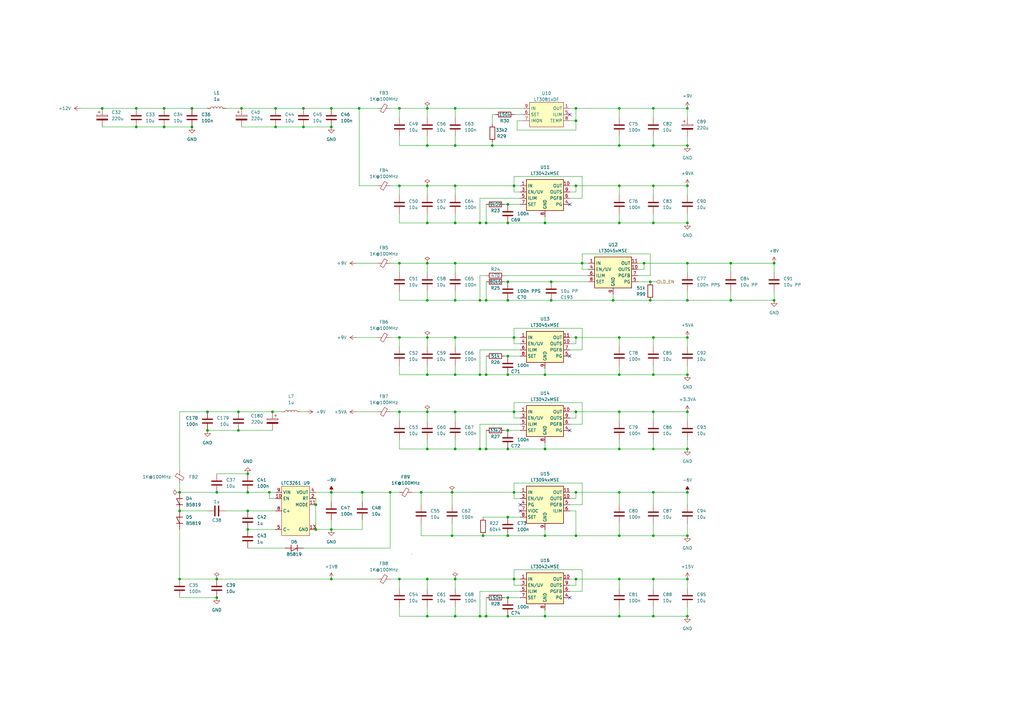
<source format=kicad_sch>
(kicad_sch (version 20211123) (generator eeschema)
  (paper "A3")
  (title_block (title "Kirdy") (date "2022-07-03") (rev "r0.1") (company "M-Labs") (comment 1 "Alex Wong Tat Hang"))
  (junction (at 175.26 237.49))
  (junction (at 223.52 184.15))
  (junction (at 236.22 76.2))
  (junction (at 238.76 107.95))
  (junction (at 210.82 201.93))
  (junction (at 78.74 44.45))
  (junction (at 210.82 76.2))
  (junction (at 236.22 168.91))
  (junction (at 185.42 219.71))
  (junction (at 101.6 217.17))
  (junction (at 254 184.15))
  (junction (at 208.28 245.11))
  (junction (at 185.42 201.93))
  (junction (at 208.28 176.53))
  (junction (at 135.89 217.17))
  (junction (at 147.32 44.45))
  (junction (at 210.82 138.43))
  (junction (at 254 91.44))
  (junction (at 135.89 237.49))
  (junction (at 266.7 115.57))
  (junction (at 148.556 201.93))
  (junction (at 236.22 49.53))
  (junction (at 208.28 252.73))
  (junction (at 196.85 184.15))
  (junction (at 266.7 123.19))
  (junction (at 88.9 237.49))
  (junction (at 199.39 252.73))
  (junction (at 186.69 138.43))
  (junction (at 208.28 184.15))
  (junction (at 78.74 52.07))
  (junction (at 254 44.45))
  (junction (at 267.97 76.2))
  (junction (at 199.39 153.67))
  (junction (at 254 237.49))
  (junction (at 111.76 168.91))
  (junction (at 163.83 76.2))
  (junction (at 317.5 107.95))
  (junction (at 99.06 44.45))
  (junction (at 67.31 52.07))
  (junction (at 175.26 59.69))
  (junction (at 267.97 201.93))
  (junction (at 113.03 52.07))
  (junction (at 175.26 153.67))
  (junction (at 175.26 91.44))
  (junction (at 41.91 44.45))
  (junction (at 281.94 138.43))
  (junction (at 267.97 138.43))
  (junction (at 175.26 107.95))
  (junction (at 85.09 168.91))
  (junction (at 196.85 91.44))
  (junction (at 199.39 123.19))
  (junction (at 267.97 252.73))
  (junction (at 281.94 237.49))
  (junction (at 186.69 252.73))
  (junction (at 208.28 123.19))
  (junction (at 254 219.71))
  (junction (at 97.79 168.91))
  (junction (at 148.59 201.93))
  (junction (at 223.52 153.67))
  (junction (at 223.52 91.44))
  (junction (at 236.22 44.45))
  (junction (at 101.6 209.55))
  (junction (at 281.94 76.2))
  (junction (at 281.94 201.93))
  (junction (at 281.94 168.91))
  (junction (at 186.69 107.95))
  (junction (at 317.5 123.19))
  (junction (at 281.94 44.45))
  (junction (at 186.69 237.49))
  (junction (at 186.69 184.15))
  (junction (at 163.83 168.91))
  (junction (at 236.22 219.71))
  (junction (at 254 168.91))
  (junction (at 281.94 252.73))
  (junction (at 251.46 123.19))
  (junction (at 186.69 76.2))
  (junction (at 226.06 123.19))
  (junction (at 198.12 219.71))
  (junction (at 281.94 184.15))
  (junction (at 267.97 44.45))
  (junction (at 135.89 201.93))
  (junction (at 186.69 91.44))
  (junction (at 267.97 168.91))
  (junction (at 175.26 168.91))
  (junction (at 281.94 219.71))
  (junction (at 160.02 201.93))
  (junction (at 186.69 59.69))
  (junction (at 208.28 83.82))
  (junction (at 135.89 52.07))
  (junction (at 236.22 201.93))
  (junction (at 113.03 44.45))
  (junction (at 254 153.67))
  (junction (at 254 138.43))
  (junction (at 210.82 168.91))
  (junction (at 281.94 91.44))
  (junction (at 254 59.69))
  (junction (at 267.97 184.15))
  (junction (at 299.72 123.19))
  (junction (at 254 76.2))
  (junction (at 101.6 201.93))
  (junction (at 163.83 138.43))
  (junction (at 186.69 123.19))
  (junction (at 175.26 252.73))
  (junction (at 135.89 44.45))
  (junction (at 196.85 123.19))
  (junction (at 208.28 91.44))
  (junction (at 172.72 201.93))
  (junction (at 208.28 153.67))
  (junction (at 73.66 209.55))
  (junction (at 201.93 59.69))
  (junction (at 267.97 237.49))
  (junction (at 208.28 212.09))
  (junction (at 196.85 252.73))
  (junction (at 124.46 52.07))
  (junction (at 175.26 184.15))
  (junction (at 163.83 107.95))
  (junction (at 186.69 153.67))
  (junction (at 88.9 201.93))
  (junction (at 226.06 115.57))
  (junction (at 254 201.93))
  (junction (at 85.09 176.53))
  (junction (at 110.49 201.93))
  (junction (at 208.28 115.57))
  (junction (at 264.16 107.95))
  (junction (at 267.97 219.71))
  (junction (at 208.28 146.05))
  (junction (at 223.52 252.73))
  (junction (at 73.66 201.93))
  (junction (at 175.26 123.19))
  (junction (at 281.94 59.69))
  (junction (at 97.79 176.53))
  (junction (at 267.97 59.69))
  (junction (at 55.88 52.07))
  (junction (at 236.22 237.49))
  (junction (at 281.94 153.67))
  (junction (at 223.52 219.71))
  (junction (at 208.28 219.71))
  (junction (at 299.72 107.95))
  (junction (at 175.26 76.2))
  (junction (at 175.26 138.43))
  (junction (at 163.83 44.45))
  (junction (at 199.39 184.15))
  (junction (at 101.6 194.31))
  (junction (at 88.9 245.11))
  (junction (at 267.97 91.44))
  (junction (at 281.94 123.19))
  (junction (at 175.26 44.45))
  (junction (at 210.82 237.49))
  (junction (at 254 252.73))
  (junction (at 73.66 237.49))
  (junction (at 163.83 237.49))
  (junction (at 186.69 168.91))
  (junction (at 129.54 207.01))
  (junction (at 67.31 44.45))
  (junction (at 267.97 153.67))
  (junction (at 124.46 44.45))
  (junction (at 55.88 44.45))
  (junction (at 186.69 44.45))
  (junction (at 281.94 107.95))
  (junction (at 129.54 217.17))
  (junction (at 236.22 138.43))
  (junction (at 199.39 91.44))
  (junction (at 196.85 153.67))
  (no_connect (at 233.68 176.53))
  (no_connect (at 233.68 245.11))
  (no_connect (at 233.68 46.99))
  (no_connect (at 213.36 209.55))
  (no_connect (at 213.36 207.01))
  (no_connect (at 233.68 83.82))
  (no_connect (at 233.68 146.05))
  (wire (pts (xy 88.9 201.93) (xy 101.6 201.93)))
  (wire (pts (xy 207.01 176.53) (xy 208.28 176.53)))
  (wire (pts (xy 267.97 214.63) (xy 267.97 219.71)))
  (wire (pts (xy 267.97 153.67) (xy 267.97 149.86)))
  (wire (pts (xy 196.85 81.28) (xy 196.85 91.44)))
  (wire (pts (xy 175.26 241.3) (xy 175.26 237.49)))
  (wire (pts (xy 160.02 237.49) (xy 163.83 237.49)))
  (wire (pts (xy 254 237.49) (xy 254 241.3)))
  (wire (pts (xy 233.68 140.97) (xy 236.22 140.97)))
  (wire (pts (xy 148.59 201.93) (xy 148.59 205.74)))
  (wire (pts (xy 281.94 252.73) (xy 281.94 248.92)))
  (wire (pts (xy 281.94 107.95) (xy 281.94 111.76)))
  (wire (pts (xy 135.89 213.36) (xy 135.89 217.17)))
  (wire (pts (xy 163.83 252.73) (xy 163.83 248.92)))
  (wire (pts (xy 208.28 176.53) (xy 213.36 176.53)))
  (wire (pts (xy 124.46 44.45) (xy 135.89 44.45)))
  (wire (pts (xy 135.89 217.17) (xy 129.54 217.17)))
  (wire (pts (xy 201.93 58.42) (xy 201.93 59.69)))
  (wire (pts (xy 196.85 91.44) (xy 199.39 91.44)))
  (wire (pts (xy 299.72 107.95) (xy 299.72 111.76)))
  (wire (pts (xy 267.97 252.73) (xy 281.94 252.73)))
  (wire (pts (xy 160.02 107.95) (xy 163.83 107.95)))
  (wire (pts (xy 186.69 172.72) (xy 186.69 168.91)))
  (wire (pts (xy 196.85 113.03) (xy 199.39 113.03)))
  (wire (pts (xy 236.22 219.71) (xy 223.52 219.71)))
  (wire (pts (xy 175.26 123.19) (xy 186.69 123.19)))
  (wire (pts (xy 175.26 252.73) (xy 175.26 248.92)))
  (wire (pts (xy 186.69 123.19) (xy 196.85 123.19)))
  (wire (pts (xy 185.42 219.71) (xy 198.12 219.71)))
  (wire (pts (xy 201.93 50.8) (xy 201.93 46.99)))
  (wire (pts (xy 267.97 153.67) (xy 281.94 153.67)))
  (wire (pts (xy 85.09 176.53) (xy 97.79 176.53)))
  (wire (pts (xy 207.01 115.57) (xy 208.28 115.57)))
  (wire (pts (xy 175.26 123.19) (xy 175.26 119.38)))
  (wire (pts (xy 210.82 76.2) (xy 213.36 76.2)))
  (wire (pts (xy 85.09 168.91) (xy 97.79 168.91)))
  (wire (pts (xy 163.83 59.69) (xy 175.26 59.69)))
  (wire (pts (xy 210.82 237.49) (xy 213.36 237.49)))
  (wire (pts (xy 254 219.71) (xy 254 214.63)))
  (wire (pts (xy 199.39 184.15) (xy 208.28 184.15)))
  (wire (pts (xy 129.54 201.93) (xy 135.89 201.93)))
  (wire (pts (xy 175.26 142.24) (xy 175.26 138.43)))
  (wire (pts (xy 199.39 252.73) (xy 208.28 252.73)))
  (wire (pts (xy 186.69 80.01) (xy 186.69 76.2)))
  (wire (pts (xy 199.39 245.11) (xy 199.39 252.73)))
  (wire (pts (xy 172.72 214.63) (xy 172.72 219.71)))
  (wire (pts (xy 92.71 209.55) (xy 101.6 209.55)))
  (wire (pts (xy 186.69 107.95) (xy 238.76 107.95)))
  (wire (pts (xy 208.28 184.15) (xy 223.52 184.15)))
  (wire (pts (xy 175.26 184.15) (xy 186.69 184.15)))
  (wire (pts (xy 208.28 91.44) (xy 223.52 91.44)))
  (wire (pts (xy 213.36 204.47) (xy 210.82 204.47)))
  (wire (pts (xy 135.89 44.45) (xy 147.32 44.45)))
  (wire (pts (xy 254 219.71) (xy 267.97 219.71)))
  (wire (pts (xy 208.28 115.57) (xy 226.06 115.57)))
  (wire (pts (xy 163.83 252.73) (xy 175.26 252.73)))
  (wire (pts (xy 185.42 201.93) (xy 210.82 201.93)))
  (wire (pts (xy 186.69 168.91) (xy 210.82 168.91)))
  (wire (pts (xy 199.39 115.57) (xy 199.39 123.19)))
  (wire (pts (xy 175.26 76.2) (xy 186.69 76.2)))
  (wire (pts (xy 186.69 91.44) (xy 186.69 87.63)))
  (wire (pts (xy 226.06 123.19) (xy 251.46 123.19)))
  (wire (pts (xy 199.39 146.05) (xy 199.39 153.67)))
  (wire (pts (xy 254 153.67) (xy 254 149.86)))
  (wire (pts (xy 238.76 134.62) (xy 210.82 134.62)))
  (wire (pts (xy 199.39 153.67) (xy 208.28 153.67)))
  (wire (pts (xy 172.72 219.71) (xy 185.42 219.71)))
  (wire (pts (xy 223.52 91.44) (xy 254 91.44)))
  (wire (pts (xy 236.22 240.03) (xy 236.22 237.49)))
  (wire (pts (xy 101.6 224.79) (xy 116.84 224.79)))
  (wire (pts (xy 198.12 219.71) (xy 208.28 219.71)))
  (wire (pts (xy 254 184.15) (xy 254 180.34)))
  (wire (pts (xy 210.82 140.97) (xy 210.82 138.43)))
  (wire (pts (xy 55.88 52.07) (xy 67.31 52.07)))
  (wire (pts (xy 196.85 81.28) (xy 213.36 81.28)))
  (wire (pts (xy 148.556 201.93) (xy 148.59 201.93)))
  (wire (pts (xy 267.97 59.69) (xy 254 59.69)))
  (wire (pts (xy 212.09 49.53) (xy 214.63 49.53)))
  (wire (pts (xy 241.3 110.49) (xy 238.76 110.49)))
  (wire (pts (xy 281.94 107.95) (xy 299.72 107.95)))
  (wire (pts (xy 267.97 91.44) (xy 267.97 87.63)))
  (wire (pts (xy 223.52 250.19) (xy 223.52 252.73)))
  (wire (pts (xy 281.94 123.19) (xy 281.94 119.38)))
  (wire (pts (xy 254 201.93) (xy 267.97 201.93)))
  (wire (pts (xy 186.69 44.45) (xy 214.63 44.45)))
  (wire (pts (xy 196.85 173.99) (xy 213.36 173.99)))
  (wire (pts (xy 175.26 184.15) (xy 175.26 180.34)))
  (wire (pts (xy 261.62 113.03) (xy 266.7 113.03)))
  (wire (pts (xy 238.76 107.95) (xy 241.3 107.95)))
  (wire (pts (xy 186.69 241.3) (xy 186.69 237.49)))
  (wire (pts (xy 254 237.49) (xy 267.97 237.49)))
  (wire (pts (xy 146.05 168.91) (xy 154.94 168.91)))
  (wire (pts (xy 236.22 237.49) (xy 254 237.49)))
  (wire (pts (xy 210.82 201.93) (xy 213.36 201.93)))
  (wire (pts (xy 236.22 44.45) (xy 236.22 49.53)))
  (wire (pts (xy 207.01 245.11) (xy 208.28 245.11)))
  (wire (pts (xy 210.82 78.74) (xy 210.82 76.2)))
  (wire (pts (xy 196.85 252.73) (xy 199.39 252.73)))
  (wire (pts (xy 186.69 153.67) (xy 196.85 153.67)))
  (wire (pts (xy 236.22 219.71) (xy 254 219.71)))
  (wire (pts (xy 210.82 138.43) (xy 213.36 138.43)))
  (wire (pts (xy 73.66 198.12) (xy 73.66 201.93)))
  (wire (pts (xy 238.76 173.99) (xy 238.76 165.1)))
  (wire (pts (xy 175.26 172.72) (xy 175.26 168.91)))
  (wire (pts (xy 113.03 52.07) (xy 124.46 52.07)))
  (wire (pts (xy 73.66 237.49) (xy 73.66 217.17)))
  (wire (pts (xy 238.76 165.1) (xy 210.82 165.1)))
  (wire (pts (xy 208.28 123.19) (xy 226.06 123.19)))
  (wire (pts (xy 113.03 44.45) (xy 124.46 44.45)))
  (wire (pts (xy 281.94 76.2) (xy 281.94 80.01)))
  (wire (pts (xy 163.83 172.72) (xy 163.83 168.91)))
  (wire (pts (xy 281.94 184.15) (xy 281.94 180.34)))
  (wire (pts (xy 201.93 46.99) (xy 203.2 46.99)))
  (wire (pts (xy 266.7 104.14) (xy 238.76 104.14)))
  (wire (pts (xy 210.82 240.03) (xy 210.82 237.49)))
  (wire (pts (xy 281.94 168.91) (xy 281.94 172.72)))
  (wire (pts (xy 163.83 107.95) (xy 175.26 107.95)))
  (wire (pts (xy 233.68 143.51) (xy 238.76 143.51)))
  (wire (pts (xy 261.62 115.57) (xy 266.7 115.57)))
  (wire (pts (xy 254 48.26) (xy 254 44.45)))
  (wire (pts (xy 196.85 113.03) (xy 196.85 123.19)))
  (wire (pts (xy 236.22 201.93) (xy 254 201.93)))
  (wire (pts (xy 73.66 237.49) (xy 88.9 237.49)))
  (wire (pts (xy 175.26 168.91) (xy 186.69 168.91)))
  (wire (pts (xy 233.68 240.03) (xy 236.22 240.03)))
  (wire (pts (xy 201.93 59.69) (xy 254 59.69)))
  (wire (pts (xy 175.26 44.45) (xy 186.69 44.45)))
  (wire (pts (xy 160.02 44.45) (xy 163.83 44.45)))
  (wire (pts (xy 124.46 52.07) (xy 135.89 52.07)))
  (wire (pts (xy 236.22 138.43) (xy 254 138.43)))
  (wire (pts (xy 110.49 201.93) (xy 113.03 201.93)))
  (wire (pts (xy 233.68 173.99) (xy 238.76 173.99)))
  (wire (pts (xy 210.82 134.62) (xy 210.82 138.43)))
  (wire (pts (xy 267.97 76.2) (xy 267.97 80.01)))
  (wire (pts (xy 267.97 138.43) (xy 281.94 138.43)))
  (wire (pts (xy 254 44.45) (xy 267.97 44.45)))
  (wire (pts (xy 254 91.44) (xy 267.97 91.44)))
  (wire (pts (xy 299.72 123.19) (xy 299.72 119.38)))
  (wire (pts (xy 266.7 113.03) (xy 266.7 104.14)))
  (wire (pts (xy 223.52 151.13) (xy 223.52 153.67)))
  (wire (pts (xy 233.68 138.43) (xy 236.22 138.43)))
  (wire (pts (xy 163.83 59.69) (xy 163.83 55.88)))
  (wire (pts (xy 233.68 81.28) (xy 238.76 81.28)))
  (wire (pts (xy 196.85 153.67) (xy 199.39 153.67)))
  (wire (pts (xy 163.83 123.19) (xy 175.26 123.19)))
  (wire (pts (xy 223.52 181.61) (xy 223.52 184.15)))
  (wire (pts (xy 113.03 204.47) (xy 110.49 204.47)))
  (wire (pts (xy 73.66 245.11) (xy 88.9 245.11)))
  (wire (pts (xy 186.69 59.69) (xy 201.93 59.69)))
  (wire (pts (xy 135.89 237.49) (xy 154.94 237.49)))
  (wire (pts (xy 186.69 153.67) (xy 186.69 149.86)))
  (wire (pts (xy 186.69 123.19) (xy 186.69 119.38)))
  (wire (pts (xy 233.68 76.2) (xy 236.22 76.2)))
  (wire (pts (xy 185.42 214.63) (xy 185.42 219.71)))
  (wire (pts (xy 208.28 252.73) (xy 223.52 252.73)))
  (wire (pts (xy 175.26 252.73) (xy 186.69 252.73)))
  (wire (pts (xy 168.91 201.93) (xy 172.72 201.93)))
  (wire (pts (xy 186.69 48.26) (xy 186.69 44.45)))
  (wire (pts (xy 135.89 201.93) (xy 148.556 201.93)))
  (wire (pts (xy 115.57 168.91) (xy 111.76 168.91)))
  (wire (pts (xy 123.19 168.91) (xy 125.73 168.91)))
  (wire (pts (xy 267.97 44.45) (xy 281.94 44.45)))
  (wire (pts (xy 199.39 176.53) (xy 199.39 184.15)))
  (wire (pts (xy 254 168.91) (xy 254 172.72)))
  (wire (pts (xy 254 201.93) (xy 254 207.01)))
  (wire (pts (xy 185.42 201.93) (xy 185.42 207.01)))
  (wire (pts (xy 135.89 201.93) (xy 135.89 205.74)))
  (wire (pts (xy 213.36 78.74) (xy 210.82 78.74)))
  (wire (pts (xy 267.97 48.26) (xy 267.97 44.45)))
  (wire (pts (xy 163.83 237.49) (xy 175.26 237.49)))
  (wire (pts (xy 196.85 143.51) (xy 213.36 143.51)))
  (wire (pts (xy 186.69 252.73) (xy 186.69 248.92)))
  (wire (pts (xy 175.26 153.67) (xy 175.26 149.86)))
  (wire (pts (xy 233.68 168.91) (xy 236.22 168.91)))
  (wire (pts (xy 212.09 49.53) (xy 212.09 53.34)))
  (wire (pts (xy 186.69 138.43) (xy 210.82 138.43)))
  (wire (pts (xy 266.7 115.57) (xy 269.24 115.57)))
  (wire (pts (xy 236.22 49.53) (xy 233.68 49.53)))
  (wire (pts (xy 281.94 123.19) (xy 299.72 123.19)))
  (wire (pts (xy 233.68 171.45) (xy 236.22 171.45)))
  (wire (pts (xy 254 91.44) (xy 254 87.63)))
  (wire (pts (xy 238.76 81.28) (xy 238.76 72.39)))
  (wire (pts (xy 213.36 240.03) (xy 210.82 240.03)))
  (wire (pts (xy 236.22 209.55) (xy 236.22 219.71)))
  (wire (pts (xy 163.83 80.01) (xy 163.83 76.2)))
  (wire (pts (xy 251.46 123.19) (xy 266.7 123.19)))
  (wire (pts (xy 254 153.67) (xy 267.97 153.67)))
  (wire (pts (xy 101.6 217.17) (xy 113.03 217.17)))
  (wire (pts (xy 163.83 241.3) (xy 163.83 237.49)))
  (wire (pts (xy 233.68 242.57) (xy 238.76 242.57)))
  (wire (pts (xy 236.22 168.91) (xy 254 168.91)))
  (wire (pts (xy 223.52 219.71) (xy 223.52 217.17)))
  (wire (pts (xy 160.02 224.79) (xy 160.02 201.93)))
  (wire (pts (xy 163.83 48.26) (xy 163.83 44.45)))
  (wire (pts (xy 236.22 53.34) (xy 236.22 49.53)))
  (wire (pts (xy 78.74 44.45) (xy 85.09 44.45)))
  (wire (pts (xy 267.97 201.93) (xy 281.94 201.93)))
  (wire (pts (xy 148.59 217.17) (xy 135.89 217.17)))
  (wire (pts (xy 92.71 44.45) (xy 99.06 44.45)))
  (wire (pts (xy 281.94 44.45) (xy 281.94 48.26)))
  (wire (pts (xy 175.26 48.26) (xy 175.26 44.45)))
  (wire (pts (xy 163.83 153.67) (xy 175.26 153.67)))
  (wire (pts (xy 175.26 153.67) (xy 186.69 153.67)))
  (wire (pts (xy 160.02 201.93) (xy 163.83 201.93)))
  (wire (pts (xy 267.97 237.49) (xy 281.94 237.49)))
  (wire (pts (xy 175.26 111.76) (xy 175.26 107.95)))
  (wire (pts (xy 110.49 204.47) (xy 110.49 201.93)))
  (wire (pts (xy 175.26 59.69) (xy 175.26 55.88)))
  (wire (pts (xy 210.82 168.91) (xy 213.36 168.91)))
  (wire (pts (xy 267.97 201.93) (xy 267.97 207.01)))
  (wire (pts (xy 198.12 212.09) (xy 208.28 212.09)))
  (wire (pts (xy 254 252.73) (xy 254 248.92)))
  (wire (pts (xy 233.68 78.74) (xy 236.22 78.74)))
  (wire (pts (xy 172.72 201.93) (xy 172.72 207.01)))
  (wire (pts (xy 238.76 110.49) (xy 238.76 107.95)))
  (wire (pts (xy 33.02 44.45) (xy 41.91 44.45)))
  (wire (pts (xy 238.76 72.39) (xy 210.82 72.39)))
  (wire (pts (xy 199.39 123.19) (xy 208.28 123.19)))
  (wire (pts (xy 254 252.73) (xy 267.97 252.73)))
  (wire (pts (xy 264.16 107.95) (xy 281.94 107.95)))
  (wire (pts (xy 236.22 140.97) (xy 236.22 138.43)))
  (wire (pts (xy 129.54 207.01) (xy 129.54 217.17)))
  (wire (pts (xy 267.97 252.73) (xy 267.97 248.92)))
  (wire (pts (xy 261.62 110.49) (xy 264.16 110.49)))
  (wire (pts (xy 41.91 44.45) (xy 55.88 44.45)))
  (wire (pts (xy 186.69 59.69) (xy 186.69 55.88)))
  (wire (pts (xy 163.83 76.2) (xy 175.26 76.2)))
  (wire (pts (xy 154.94 76.2) (xy 147.32 76.2)))
  (wire (pts (xy 254 55.88) (xy 254 59.69)))
  (wire (pts (xy 163.83 153.67) (xy 163.83 149.86)))
  (wire (pts (xy 299.72 123.19) (xy 317.5 123.19)))
  (wire (pts (xy 175.26 107.95) (xy 186.69 107.95)))
  (wire (pts (xy 196.85 242.57) (xy 196.85 252.73)))
  (wire (pts (xy 267.97 91.44) (xy 281.94 91.44)))
  (wire (pts (xy 73.66 209.55) (xy 85.09 209.55)))
  (wire (pts (xy 186.69 237.49) (xy 210.82 237.49)))
  (wire (pts (xy 101.6 201.93) (xy 110.49 201.93)))
  (wire (pts (xy 99.06 44.45) (xy 113.03 44.45)))
  (wire (pts (xy 186.69 184.15) (xy 186.69 180.34)))
  (wire (pts (xy 264.16 110.49) (xy 264.16 107.95)))
  (wire (pts (xy 73.66 168.91) (xy 73.66 193.04)))
  (wire (pts (xy 210.82 46.99) (xy 214.63 46.99)))
  (wire (pts (xy 147.32 44.45) (xy 147.32 76.2)))
  (wire (pts (xy 146.05 107.95) (xy 154.94 107.95)))
  (wire (pts (xy 175.26 91.44) (xy 186.69 91.44)))
  (wire (pts (xy 261.62 107.95) (xy 264.16 107.95)))
  (wire (pts (xy 210.82 72.39) (xy 210.82 76.2)))
  (wire (pts (xy 254 76.2) (xy 267.97 76.2)))
  (wire (pts (xy 233.68 237.49) (xy 236.22 237.49)))
  (wire (pts (xy 196.85 123.19) (xy 199.39 123.19)))
  (wire (pts (xy 238.76 198.12) (xy 210.82 198.12)))
  (wire (pts (xy 233.68 44.45) (xy 236.22 44.45)))
  (wire (pts (xy 146.05 138.43) (xy 154.94 138.43)))
  (wire (pts (xy 196.85 143.51) (xy 196.85 153.67)))
  (wire (pts (xy 281.94 91.44) (xy 281.94 87.63)))
  (wire (pts (xy 41.91 52.07) (xy 55.88 52.07)))
  (wire (pts (xy 196.85 173.99) (xy 196.85 184.15)))
  (wire (pts (xy 281.94 138.43) (xy 281.94 142.24)))
  (wire (pts (xy 281.94 153.67) (xy 281.94 149.86)))
  (wire (pts (xy 233.68 204.47) (xy 236.22 204.47)))
  (wire (pts (xy 199.39 91.44) (xy 208.28 91.44)))
  (wire (pts (xy 238.76 207.01) (xy 238.76 198.12)))
  (wire (pts (xy 163.83 168.91) (xy 175.26 168.91)))
  (wire (pts (xy 236.22 78.74) (xy 236.22 76.2)))
  (wire (pts (xy 207.01 146.05) (xy 208.28 146.05)))
  (wire (pts (xy 196.85 184.15) (xy 199.39 184.15)))
  (wire (pts (xy 212.09 53.34) (xy 236.22 53.34)))
  (wire (pts (xy 196.85 242.57) (xy 213.36 242.57)))
  (wire (pts (xy 208.28 153.67) (xy 223.52 153.67)))
  (wire (pts (xy 210.82 171.45) (xy 210.82 168.91)))
  (wire (pts (xy 186.69 76.2) (xy 210.82 76.2)))
  (wire (pts (xy 210.82 198.12) (xy 210.82 201.93)))
  (wire (pts (xy 147.32 44.45) (xy 154.94 44.45)))
  (wire (pts (xy 213.36 140.97) (xy 210.82 140.97)))
  (wire (pts (xy 238.76 242.57) (xy 238.76 233.68)))
  (wire (pts (xy 88.9 194.31) (xy 101.6 194.31)))
  (wire (pts (xy 317.5 123.19) (xy 317.5 119.38)))
  (wire (pts (xy 267.97 168.91) (xy 267.97 172.72)))
  (wire (pts (xy 267.97 76.2) (xy 281.94 76.2)))
  (wire (pts (xy 186.69 142.24) (xy 186.69 138.43)))
  (wire (pts (xy 281.94 55.88) (xy 281.94 59.69)))
  (wire (pts (xy 67.31 52.07) (xy 78.74 52.07)))
  (wire (pts (xy 210.82 204.47) (xy 210.82 201.93)))
  (wire (pts (xy 238.76 233.68) (xy 210.82 233.68)))
  (wire (pts (xy 254 138.43) (xy 267.97 138.43)))
  (wire (pts (xy 251.46 120.65) (xy 251.46 123.19)))
  (wire (pts (xy 267.97 219.71) (xy 281.94 219.71)))
  (wire (pts (xy 208.28 245.11) (xy 213.36 245.11)))
  (wire (pts (xy 223.52 88.9) (xy 223.52 91.44)))
  (wire (pts (xy 73.66 168.91) (xy 85.09 168.91)))
  (wire (pts (xy 267.97 237.49) (xy 267.97 241.3)))
  (wire (pts (xy 254 184.15) (xy 267.97 184.15)))
  (wire (pts (xy 236.22 171.45) (xy 236.22 168.91)))
  (wire (pts (xy 210.82 233.68) (xy 210.82 237.49)))
  (wire (pts (xy 163.83 111.76) (xy 163.83 107.95)))
  (wire (pts (xy 55.88 44.45) (xy 67.31 44.45)))
  (wire (pts (xy 199.39 83.82) (xy 199.39 91.44)))
  (wire (pts (xy 160.02 168.91) (xy 163.83 168.91)))
  (wire (pts (xy 124.46 224.79) (xy 160.02 224.79)))
  (wire (pts (xy 254 138.43) (xy 254 142.24)))
  (wire (pts (xy 208.28 212.09) (xy 213.36 212.09)))
  (wire (pts (xy 210.82 165.1) (xy 210.82 168.91)))
  (wire (pts (xy 299.72 107.95) (xy 317.5 107.95)))
  (wire (pts (xy 160.02 76.2) (xy 163.83 76.2)))
  (wire (pts (xy 226.06 115.57) (xy 241.3 115.57)))
  (wire (pts (xy 163.83 123.19) (xy 163.83 119.38)))
  (wire (pts (xy 67.31 44.45) (xy 78.74 44.45)))
  (wire (pts (xy 175.26 59.69) (xy 186.69 59.69)))
  (wire (pts (xy 163.83 184.15) (xy 175.26 184.15)))
  (wire (pts (xy 208.28 146.05) (xy 213.36 146.05)))
  (wire (pts (xy 175.26 237.49) (xy 186.69 237.49)))
  (wire (pts (xy 254 168.91) (xy 267.97 168.91)))
  (wire (pts (xy 111.76 168.91) (xy 97.79 168.91)))
  (wire (pts (xy 186.69 111.76) (xy 186.69 107.95)))
  (wire (pts (xy 160.02 201.93) (xy 148.59 201.93)))
  (wire (pts (xy 172.72 201.93) (xy 185.42 201.93)))
  (wire (pts (xy 175.26 91.44) (xy 175.26 87.63)))
  (wire (pts (xy 281.94 201.93) (xy 281.94 207.01)))
  (wire (pts (xy 99.06 52.07) (xy 113.03 52.07)))
  (wire (pts (xy 101.6 209.55) (xy 113.03 209.55)))
  (wire (pts (xy 223.52 153.67) (xy 254 153.67)))
  (wire (pts (xy 238.76 143.51) (xy 238.76 134.62)))
  (wire (pts (xy 73.66 201.93) (xy 88.9 201.93)))
  (wire (pts (xy 175.26 138.43) (xy 186.69 138.43)))
  (wire (pts (xy 267.97 168.91) (xy 281.94 168.91)))
  (wire (pts (xy 233.68 207.01) (xy 238.76 207.01)))
  (wire (pts (xy 163.83 91.44) (xy 175.26 91.44)))
  (wire (pts (xy 236.22 76.2) (xy 254 76.2)))
  (wire (pts (xy 236.22 204.47) (xy 236.22 201.93)))
  (wire (pts (xy 236.22 44.45) (xy 254 44.45)))
  (wire (pts (xy 160.02 138.43) (xy 163.83 138.43)))
  (wire (pts (xy 208.28 219.71) (xy 223.52 219.71)))
  (wire (pts (xy 236.22 209.55) (xy 233.68 209.55)))
  (wire (pts (xy 111.76 176.53) (xy 97.79 176.53)))
  (wire (pts (xy 186.69 184.15) (xy 196.85 184.15)))
  (wire (pts (xy 267.97 184.15) (xy 267.97 180.34)))
  (wire (pts (xy 207.01 83.82) (xy 208.28 83.82)))
  (wire (pts (xy 267.97 138.43) (xy 267.97 142.24)))
  (wire (pts (xy 213.36 171.45) (xy 210.82 171.45)))
  (wire (pts (xy 233.68 201.93) (xy 236.22 201.93)))
  (wire (pts (xy 254 76.2) (xy 254 80.01)))
  (wire (pts (xy 266.7 123.19) (xy 281.94 123.19)))
  (wire (pts (xy 163.83 44.45) (xy 175.26 44.45)))
  (wire (pts (xy 223.52 184.15) (xy 254 184.15)))
  (wire (pts (xy 163.83 138.43) (xy 175.26 138.43)))
  (wire (pts (xy 208.28 83.82) (xy 213.36 83.82)))
  (wire (pts (xy 186.69 91.44) (xy 196.85 91.44)))
  (wire (pts (xy 163.83 91.44) (xy 163.83 87.63)))
  (wire (pts (xy 317.5 107.95) (xy 317.5 111.76)))
  (wire (pts (xy 281.94 237.49) (xy 281.94 241.3)))
  (wire (pts (xy 148.59 213.36) (xy 148.59 217.17)))
  (wire (pts (xy 267.97 55.88) (xy 267.97 59.69)))
  (wire (pts (xy 129.54 204.47) (xy 129.54 207.01)))
  (wire (pts (xy 267.97 59.69) (xy 281.94 59.69)))
  (wire (pts (xy 223.52 252.73) (xy 254 252.73)))
  (wire (pts (xy 186.69 252.73) (xy 196.85 252.73)))
  (wire (pts (xy 267.97 184.15) (xy 281.94 184.15)))
  (wire (pts (xy 238.76 104.14) (xy 238.76 107.95)))
  (wire (pts (xy 281.94 214.63) (xy 281.94 219.71)))
  (wire (pts (xy 175.26 80.01) (xy 175.26 76.2)))
  (wire (pts (xy 163.83 184.15) (xy 163.83 180.34)))
  (wire (pts (xy 88.9 237.49) (xy 135.89 237.49)))
  (wire (pts (xy 207.01 113.03) (xy 241.3 113.03)))
  (wire (pts (xy 163.83 142.24) (xy 163.83 138.43)))
  (hierarchical_label "LD_EN" (shape input) (at 269.24 115.57 0))
  (symbol (lib_id "Device:R") (at 198.12 215.9 0) (unit 1)
    (property "Reference" "R22" (at 200.66 214.6299 0) (effects (justify left)))
    (property "Value" "60k4" (at 200.66 217.1699 0) (effects (justify left)))
    (property "Footprint" "Resistor_SMD:R_0603_1608Metric" (effects hide))
    (property "MFR_PN" "RT0603FRE0760K4L" (effects hide))
    (property "MFR_PN_ALT" "RC0603FR-0760K4L" (effects hide))
  )
  (symbol (lib_id "Device:C") (at 85.09 172.72 0) (mirror y) (unit 1)
    (property "Reference" "C178" (at 81.28 171.4499 0) (effects (justify left)))
    (property "Value" "100n" (at 81.28 173.9899 0) (effects (justify left)))
    (property "Footprint" "Capacitor_SMD:C_0603_1608Metric" (effects hide))
    (property "MFR_PN" "CL10B104KB8NNWC" (effects hide))
    (property "MFR_PN_ALT" "CL10B104KB8NNNL" (effects hide))
  )
  (symbol (lib_id "Device:C") (at 254 83.82 0) (unit 1)
    (property "Reference" "C76" (at 257.81 82.5499 0) (effects (justify left)))
    (property "Value" "100n" (at 257.81 85.0899 0) (effects (justify left)))
    (property "Footprint" "Capacitor_SMD:C_0603_1608Metric" (effects hide))
    (property "MFR_PN" "CL10B104KB8NNWC" (effects hide))
    (property "MFR_PN_ALT" "CL10B104KB8NNNL" (effects hide))
  )
  (symbol (lib_id "power:+5VA") (at 281.94 138.43 0) (unit 1)
    (property "Reference" "#PWR074" (effects hide))
    (property "Value" "+5VA" (at 281.94 133.35 0))
  )
  (symbol (lib_id "Device:C") (at 101.6 213.36 0) (unit 1)
    (property "Reference" "C42" (at 105.41 212.0899 0) (effects (justify left)))
    (property "Value" "1u" (at 105.41 214.6299 0) (effects (justify left)))
    (property "Footprint" "Capacitor_SMD:C_0603_1608Metric" (effects hide))
    (property "MFR_PN" "CL10B105KA8NNNC" (effects hide))
    (property "MFR_PN_ALT" "CGA3E1X7R1E105K080AC" (effects hide))
  )
  (symbol (lib_id "power:PWR_FLAG") (at 175.26 76.2 0) (unit 1)
    (property "Reference" "#FLG0106" (effects hide))
    (property "Value" "PWR_FLAG" (effects hide))
  )
  (symbol (lib_id "Device:C") (at 148.59 209.55 0) (unit 1)
    (property "Reference" "C48" (at 152.4 208.2799 0) (effects (justify left)))
    (property "Value" "10u" (at 152.4 210.8199 0) (effects (justify left)))
    (property "Footprint" "Capacitor_SMD:C_0805_2012Metric" (effects hide))
    (property "MFR_PN" "CL21B106KOQNNNG" (effects hide))
    (property "MFR_PN_ALT" "CL21B106KOQNNNE" (effects hide))
  )
  (symbol (lib_id "Device:R") (at 203.2 83.82 90) (unit 1)
    (property "Reference" "R23" (at 203.2 86.36 90))
    (property "Value" "9k09" (at 203.2 83.82 90))
    (property "Footprint" "Resistor_SMD:R_0603_1608Metric" (effects hide))
    (property "MFR_PN" "CR0603-FX-9091ELF" (effects hide))
    (property "MFR_PN_ALT" "RK73H1JTTD9091F" (effects hide))
  )
  (symbol (lib_id "Device:R") (at 203.2 245.11 90) (unit 1)
    (property "Reference" "R28" (at 203.2 247.65 90))
    (property "Value" "150k" (at 203.2 245.11 90))
    (property "Footprint" "Resistor_SMD:R_0603_1608Metric" (effects hide))
    (property "MFR_PN" "CRGCQ0603F150K" (effects hide))
    (property "MFR_PN_ALT" "RMCF0603FG150K" (effects hide))
  )
  (symbol (lib_id "Device:C") (at 281.94 210.82 0) (unit 1)
    (property "Reference" "C94" (at 285.75 209.5499 0) (effects (justify left)))
    (property "Value" "10u" (at 285.75 212.0899 0) (effects (justify left)))
    (property "Footprint" "Capacitor_SMD:C_0805_2012Metric" (effects hide))
    (property "MFR_PN" "CL21B106KOQNNNG" (effects hide))
    (property "MFR_PN_ALT" "CL21B106KOQNNNE" (effects hide))
  )
  (symbol (lib_id "Device:C") (at 186.69 83.82 0) (unit 1)
    (property "Reference" "C64" (at 190.5 82.5499 0) (effects (justify left)))
    (property "Value" "100n" (at 190.5 85.0899 0) (effects (justify left)))
    (property "Footprint" "Capacitor_SMD:C_0603_1608Metric" (effects hide))
    (property "MFR_PN" "CL10B104KB8NNWC" (effects hide))
    (property "MFR_PN_ALT" "CL10B104KB8NNNL" (effects hide))
  )
  (symbol (lib_id "Device:C") (at 113.03 48.26 0) (unit 1)
    (property "Reference" "C44" (at 116.84 46.9899 0) (effects (justify left)))
    (property "Value" "10u" (at 116.84 49.5299 0) (effects (justify left)))
    (property "Footprint" "Capacitor_SMD:C_0805_2012Metric" (effects hide))
    (property "MFR_PN" "CL21B106KOQNNNG" (effects hide))
    (property "MFR_PN_ALT" "CL21B106KOQNNNE" (effects hide))
  )
  (symbol (lib_id "power:PWR_FLAG") (at 175.26 107.95 0) (unit 1)
    (property "Reference" "#FLG0108" (effects hide))
    (property "Value" "PWR_FLAG" (effects hide))
  )
  (symbol (lib_id "Device:R") (at 266.7 119.38 180) (unit 1)
    (property "Reference" "R99" (at 262.89 120.65 0))
    (property "Value" "51k" (at 262.89 118.11 0))
    (property "Footprint" "Resistor_SMD:R_0603_1608Metric" (effects hide))
    (property "MFR_PN" "RMCF0603FT51K0" (effects hide))
    (property "MFR_PN_ALT" "CR0603-FX-5102ELF" (effects hide))
  )
  (symbol (lib_id "Device:FerriteBead_Small") (at 73.66 195.58 180) (unit 1)
    (property "Reference" "FB2" (at 77.47 195.58 0) (effects (justify right)))
    (property "Value" "1K@100MHz" (at 58.42 195.58 0) (effects (justify right)))
    (property "Footprint" "Inductor_SMD:L_1210_3225Metric" (effects hide))
    (property "MFR_PN" "FBMH3225HM102NT" (effects hide))
    (property "MFR_PN_ALT" "FBMH3225HM102NTV" (effects hide))
  )
  (symbol (lib_id "Device:C") (at 208.28 180.34 0) (unit 1)
    (property "Reference" "C72" (at 209.55 182.88 0) (effects (justify left)))
    (property "Value" "100n" (at 212.09 180.34 0) (effects (justify left)))
    (property "Footprint" "Capacitor_SMD:C_0603_1608Metric" (effects hide))
    (property "MFR_PN" "CL10B104KB8NNWC" (effects hide))
    (property "MFR_PN_ALT" "CL10B104KB8NNNL" (effects hide))
  )
  (symbol (lib_id "Device:C") (at 186.69 115.57 0) (unit 1)
    (property "Reference" "C65" (at 190.5 114.2999 0) (effects (justify left)))
    (property "Value" "100n" (at 190.5 116.8399 0) (effects (justify left)))
    (property "Footprint" "Capacitor_SMD:C_0603_1608Metric" (effects hide))
    (property "MFR_PN" "CL10B104KB8NNWC" (effects hide))
    (property "MFR_PN_ALT" "CL10B104KB8NNNL" (effects hide))
  )
  (symbol (lib_id "Device:C") (at 175.26 176.53 0) (unit 1)
    (property "Reference" "C60" (at 179.07 175.2599 0) (effects (justify left)))
    (property "Value" "10u" (at 179.07 177.7999 0) (effects (justify left)))
    (property "Footprint" "Capacitor_SMD:C_0805_2012Metric" (effects hide))
    (property "MFR_PN" "CL21B106KOQNNNG" (effects hide))
    (property "MFR_PN_ALT" "CL21B106KOQNNNE" (effects hide))
  )
  (symbol (lib_id "Device:C") (at 254 52.07 0) (unit 1)
    (property "Reference" "C75" (at 257.81 50.7999 0) (effects (justify left)))
    (property "Value" "100n" (at 257.81 53.3399 0) (effects (justify left)))
    (property "Footprint" "Capacitor_SMD:C_0603_1608Metric" (effects hide))
    (property "MFR_PN" "CL10B104KB8NNWC" (effects hide))
    (property "MFR_PN_ALT" "CL10B104KB8NNNL" (effects hide))
  )
  (symbol (lib_id "power:GND") (at 317.5 123.19 0) (unit 1)
    (property "Reference" "#PWR073" (effects hide))
    (property "Value" "GND" (at 317.5 128.27 0))
  )
  (symbol (lib_id "Device:C") (at 267.97 210.82 0) (unit 1)
    (property "Reference" "C87" (at 271.78 209.5499 0) (effects (justify left)))
    (property "Value" "10u" (at 271.78 212.0899 0) (effects (justify left)))
    (property "Footprint" "Capacitor_SMD:C_0805_2012Metric" (effects hide))
    (property "MFR_PN" "CL21B106KOQNNNG" (effects hide))
    (property "MFR_PN_ALT" "CL21B106KOQNNNE" (effects hide))
  )
  (symbol (lib_id "Device:C") (at 175.26 245.11 0) (unit 1)
    (property "Reference" "C61" (at 179.07 243.8399 0) (effects (justify left)))
    (property "Value" "10u" (at 179.07 246.3799 0) (effects (justify left)))
    (property "Footprint" "Capacitor_SMD:C_0805_2012Metric" (effects hide))
    (property "MFR_PN" "CL21B106KOQNNNG" (effects hide))
    (property "MFR_PN_ALT" "CL21B106KOQNNNE" (effects hide))
  )
  (symbol (lib_id "Device:C") (at 186.69 245.11 0) (unit 1)
    (property "Reference" "C68" (at 190.5 243.8399 0) (effects (justify left)))
    (property "Value" "100n" (at 190.5 246.3799 0) (effects (justify left)))
    (property "Footprint" "Capacitor_SMD:C_0603_1608Metric" (effects hide))
    (property "MFR_PN" "CL10B104KB8NNWC" (effects hide))
    (property "MFR_PN_ALT" "CL10B104KB8NNNL" (effects hide))
  )
  (symbol (lib_id "Device:R") (at 203.2 146.05 90) (unit 1)
    (property "Reference" "R26" (at 203.2 148.59 90))
    (property "Value" "51k" (at 203.2 146.05 90))
    (property "Footprint" "Resistor_SMD:R_0603_1608Metric" (effects hide))
    (property "MFR_PN" "RMCF0603FT51K0" (effects hide))
    (property "MFR_PN_ALT" "CR0603-FX-5102ELF" (effects hide))
  )
  (symbol (lib_id "Device:C") (at 175.26 52.07 0) (unit 1)
    (property "Reference" "C56" (at 179.07 50.7999 0) (effects (justify left)))
    (property "Value" "10u" (at 179.07 53.3399 0) (effects (justify left)))
    (property "Footprint" "Capacitor_SMD:C_0805_2012Metric" (effects hide))
    (property "MFR_PN" "CL21B106KOQNNNG" (effects hide))
    (property "MFR_PN_ALT" "CL21B106KOQNNNE" (effects hide))
  )
  (symbol (lib_id "Device:L") (at 88.9 44.45 90) (unit 1)
    (property "Reference" "L1" (at 88.9 38.1 90))
    (property "Value" "1u" (at 88.9 40.64 90))
    (property "Footprint" "Inductor_SMD:L_1008_2520Metric" (effects hide))
    (property "MFR_PN" "DFE252012F-1R0M=P2" (effects hide))
    (property "MFR_PN_ALT" "DFE252012P-1R0M=P2" (effects hide))
  )
  (symbol (lib_id "Device:D_Shockley") (at 73.66 213.36 90) (unit 1)
    (property "Reference" "D5" (at 76.2 212.0899 90) (effects (justify right)))
    (property "Value" "B5819" (at 76.2 214.6299 90) (effects (justify right)))
    (property "Footprint" "Diode_SMD:D_SOD-323" (effects hide))
    (property "MFR_PN" "B5819WS-TP" (effects hide))
  )
  (symbol (lib_id "Device:C_Polarized") (at 281.94 52.07 0) (unit 1)
    (property "Reference" "C89" (at 285.75 49.9109 0) (effects (justify left)))
    (property "Value" "220u" (at 285.75 52.4509 0) (effects (justify left)))
    (property "Footprint" "Capacitor_Tantalum_SMD:CP_EIA-7343-15_Kemet-W" (effects hide))
    (property "MFR_PN" "T491D227K016AT" (effects hide))
    (property "MFR_PN_ALT" "293D227X9016E2TE3" (effects hide))
  )
  (symbol (lib_id "power:-9V") (at 135.89 201.93 0) (unit 1)
    (property "Reference" "#PWR063" (effects hide))
    (property "Value" "-9V" (at 135.89 196.85 0))
  )
  (symbol (lib_id "Device:FerriteBead_Small") (at 157.48 107.95 90) (unit 1)
    (property "Reference" "FB5" (at 157.4419 101.6 90))
    (property "Value" "1K@100MHz" (at 157.4419 104.14 90))
    (property "Footprint" "Inductor_SMD:L_1210_3225Metric" (effects hide))
    (property "MFR_PN" "FBMH3225HM102NT" (effects hide))
    (property "MFR_PN_ALT" "FBMH3225HM102NTV" (effects hide))
  )
  (symbol (lib_id "Device:C") (at 254 210.82 0) (unit 1)
    (property "Reference" "C80" (at 257.81 209.5499 0) (effects (justify left)))
    (property "Value" "100n" (at 257.81 212.0899 0) (effects (justify left)))
    (property "Footprint" "Capacitor_SMD:C_0603_1608Metric" (effects hide))
    (property "MFR_PN" "CL10B104KB8NNWC" (effects hide))
    (property "MFR_PN_ALT" "CL10B104KB8NNNL" (effects hide))
  )
  (symbol (lib_id "power:PWR_FLAG") (at 175.26 138.43 0) (unit 1)
    (property "Reference" "#FLG0109" (effects hide))
    (property "Value" "PWR_FLAG" (effects hide))
  )
  (symbol (lib_id "power:GND") (at 281.94 91.44 0) (unit 1)
    (property "Reference" "#PWR071" (effects hide))
    (property "Value" "GND" (at 281.94 96.52 0))
  )
  (symbol (lib_id "power:+9V") (at 281.94 44.45 0) (unit 1)
    (property "Reference" "#PWR068" (effects hide))
    (property "Value" "+9V" (at 281.94 39.37 0))
  )
  (symbol (lib_id "power:PWR_FLAG") (at 185.42 201.93 0) (unit 1)
    (property "Reference" "#FLG0102" (effects hide))
    (property "Value" "PWR_FLAG" (effects hide))
  )
  (symbol (lib_id "Device:FerriteBead_Small") (at 166.37 201.93 90) (unit 1)
    (property "Reference" "FB9" (at 166.3319 195.58 90))
    (property "Value" "1K@100MHz" (at 166.3319 198.12 90))
    (property "Footprint" "Inductor_SMD:L_1210_3225Metric" (effects hide))
    (property "MFR_PN" "FBMH3225HM102NT" (effects hide))
    (property "MFR_PN_ALT" "FBMH3225HM102NTV" (effects hide))
  )
  (symbol (lib_id "Device:C") (at 208.28 119.38 0) (unit 1)
    (property "Reference" "C70" (at 212.09 121.92 0) (effects (justify left)))
    (property "Value" "100n PPS" (at 212.09 119.38 0) (effects (justify left)))
    (property "Footprint" "Capacitor_SMD:C_1210_3225Metric" (effects hide))
    (property "MFR_PN" "ECH-U1C104JX5" (effects hide))
  )
  (symbol (lib_id "Device:C") (at 281.94 245.11 0) (unit 1)
    (property "Reference" "C95" (at 285.75 243.8399 0) (effects (justify left)))
    (property "Value" "10u" (at 285.75 246.3799 0) (effects (justify left)))
    (property "Footprint" "Capacitor_SMD:C_0805_2012Metric" (effects hide))
    (property "MFR_PN" "CL21B106KOQNNNG" (effects hide))
    (property "MFR_PN_ALT" "CL21B106KOQNNNE" (effects hide))
  )
  (symbol (lib_id "Device:C") (at 135.89 48.26 0) (unit 1)
    (property "Reference" "C46" (at 139.7 46.9899 0) (effects (justify left)))
    (property "Value" "100n" (at 139.7 49.5299 0) (effects (justify left)))
    (property "Footprint" "Capacitor_SMD:C_0603_1608Metric" (effects hide))
    (property "MFR_PN" "CL10B104KB8NNWC" (effects hide))
    (property "MFR_PN_ALT" "CL10B104KB8NNNL" (effects hide))
  )
  (symbol (lib_id "Device:C") (at 281.94 115.57 0) (unit 1)
    (property "Reference" "C77" (at 285.75 114.2999 0) (effects (justify left)))
    (property "Value" "100n PPS" (at 285.75 116.8399 0) (effects (justify left)))
    (property "Footprint" "Capacitor_SMD:C_1210_3225Metric" (effects hide))
    (property "MFR_PN" "ECH-U1C104JX5" (effects hide))
  )
  (symbol (lib_id "Device:C") (at 88.9 198.12 0) (unit 1)
    (property "Reference" "C37" (at 92.71 196.8499 0) (effects (justify left)))
    (property "Value" "10u" (at 92.71 199.3899 0) (effects (justify left)))
    (property "Footprint" "Capacitor_SMD:C_0805_2012Metric" (effects hide))
    (property "MFR_PN" "CL21B106KOQNNNG" (effects hide))
    (property "MFR_PN_ALT" "CL21B106KOQNNNE" (effects hide))
  )
  (symbol (lib_id "Regulator_Linear:LT3042xMSE") (at 223.52 78.74 0) (unit 1)
    (property "Reference" "U11" (at 223.52 68.58 0))
    (property "Value" "LT3042xMSE" (at 223.52 71.12 0))
    (property "Footprint" "Package_SO:MSOP-10-1EP_3x3mm_P0.5mm_EP1.68x1.88mm" (effects hide))
    (property "Datasheet" "https://www.analog.com/media/en/technical-documentation/data-sheets/3042fb.pdf" (effects hide))
    (property "MFR_PN" "LT3042IMSE#PBF" (effects hide))
    (property "MFR_PN_ALT" "LT3042IMSE#TRPBF" (effects hide))
  )
  (symbol (lib_id "Device:C") (at 88.9 209.55 90) (unit 1)
    (property "Reference" "C38" (at 88.9 213.36 90))
    (property "Value" "1u" (at 88.9 205.74 90))
    (property "Footprint" "Capacitor_SMD:C_0603_1608Metric" (effects hide))
    (property "MFR_PN" "CL10B105KA8NNNC" (effects hide))
    (property "MFR_PN_ALT" "CGA3E1X7R1E105K080AC" (effects hide))
  )
  (symbol (lib_id "Device:C") (at 267.97 52.07 0) (unit 1)
    (property "Reference" "C82" (at 271.78 50.7999 0) (effects (justify left)))
    (property "Value" "10u" (at 271.78 53.3399 0) (effects (justify left)))
    (property "Footprint" "Capacitor_SMD:C_0805_2012Metric" (effects hide))
    (property "MFR_PN" "CL21B106KOQNNNG" (effects hide))
    (property "MFR_PN_ALT" "CL21B106KOQNNNE" (effects hide))
  )
  (symbol (lib_id "Device:C") (at 101.6 220.98 0) (unit 1)
    (property "Reference" "C43" (at 105.41 219.7099 0) (effects (justify left)))
    (property "Value" "1u" (at 105.41 222.2499 0) (effects (justify left)))
    (property "Footprint" "Capacitor_SMD:C_0603_1608Metric" (effects hide))
    (property "MFR_PN" "CL10B105KA8NNNC" (effects hide))
    (property "MFR_PN_ALT" "CGA3E1X7R1E105K080AC" (effects hide))
  )
  (symbol (lib_id "Device:C_Polarized") (at 111.76 172.72 0) (mirror y) (unit 1)
    (property "Reference" "C180" (at 107.95 170.5609 0) (effects (justify left)))
    (property "Value" "220u" (at 107.95 173.1009 0) (effects (justify left)))
    (property "Footprint" "Capacitor_Tantalum_SMD:CP_EIA-7343-15_Kemet-W" (effects hide))
    (property "MFR_PN" "T491D227K016AT" (effects hide))
    (property "MFR_PN_ALT" "293D227X9016E2TE3" (effects hide))
  )
  (symbol (lib_id "Device:C") (at 254 245.11 0) (unit 1)
    (property "Reference" "C81" (at 257.81 243.8399 0) (effects (justify left)))
    (property "Value" "100n" (at 257.81 246.3799 0) (effects (justify left)))
    (property "Footprint" "Capacitor_SMD:C_0603_1608Metric" (effects hide))
    (property "MFR_PN" "CL10B104KB8NNWC" (effects hide))
    (property "MFR_PN_ALT" "CL10B104KB8NNNL" (effects hide))
  )
  (symbol (lib_id "Device:C") (at 88.9 241.3 0) (unit 1)
    (property "Reference" "C39" (at 92.71 240.0299 0) (effects (justify left)))
    (property "Value" "10u" (at 92.71 242.5699 0) (effects (justify left)))
    (property "Footprint" "Capacitor_SMD:C_0805_2012Metric" (effects hide))
    (property "MFR_PN" "CL21B106KOQNNNG" (effects hide))
    (property "MFR_PN_ALT" "CL21B106KOQNNNE" (effects hide))
  )
  (symbol (lib_id "Device:C") (at 67.31 48.26 0) (unit 1)
    (property "Reference" "C34" (at 71.12 46.9899 0) (effects (justify left)))
    (property "Value" "10u" (at 71.12 49.5299 0) (effects (justify left)))
    (property "Footprint" "Capacitor_SMD:C_0805_2012Metric" (effects hide))
    (property "MFR_PN" "CL21B106KOQNNNG" (effects hide))
    (property "MFR_PN_ALT" "CL21B106KOQNNNE" (effects hide))
  )
  (symbol (lib_id "Device:C") (at 208.28 149.86 0) (unit 1)
    (property "Reference" "C71" (at 209.55 152.4 0) (effects (justify left)))
    (property "Value" "100n" (at 212.09 149.86 0) (effects (justify left)))
    (property "Footprint" "Capacitor_SMD:C_0603_1608Metric" (effects hide))
    (property "MFR_PN" "CL10B104KB8NNWC" (effects hide))
    (property "MFR_PN_ALT" "CL10B104KB8NNNL" (effects hide))
  )
  (symbol (lib_id "Device:C") (at 281.94 176.53 0) (unit 1)
    (property "Reference" "C93" (at 285.75 175.2599 0) (effects (justify left)))
    (property "Value" "10u" (at 285.75 177.7999 0) (effects (justify left)))
    (property "Footprint" "Capacitor_SMD:C_0805_2012Metric" (effects hide))
    (property "MFR_PN" "CL21B106KOQNNNG" (effects hide))
    (property "MFR_PN_ALT" "CL21B106KOQNNNE" (effects hide))
  )
  (symbol (lib_id "Device:C") (at 172.72 210.82 0) (unit 1)
    (property "Reference" "C55" (at 176.53 209.5499 0) (effects (justify left)))
    (property "Value" "10u" (at 176.53 212.0899 0) (effects (justify left)))
    (property "Footprint" "Capacitor_SMD:C_0805_2012Metric" (effects hide))
    (property "MFR_PN" "CL21B106KOQNNNG" (effects hide))
    (property "MFR_PN_ALT" "CL21B106KOQNNNE" (effects hide))
  )
  (symbol (lib_id "Device:FerriteBead_Small") (at 157.48 168.91 90) (unit 1)
    (property "Reference" "FB7" (at 157.4419 162.56 90))
    (property "Value" "1K@100MHz" (at 157.4419 165.1 90))
    (property "Footprint" "Inductor_SMD:L_1210_3225Metric" (effects hide))
    (property "MFR_PN" "FBMH3225HM102NT" (effects hide))
    (property "MFR_PN_ALT" "FBMH3225HM102NTV" (effects hide))
  )
  (symbol (lib_id "Device:C_Polarized") (at 99.06 48.26 0) (unit 1)
    (property "Reference" "C40" (at 102.87 46.1009 0) (effects (justify left)))
    (property "Value" "220u" (at 102.87 48.6409 0) (effects (justify left)))
    (property "Footprint" "Capacitor_Tantalum_SMD:CP_EIA-7343-15_Kemet-W" (effects hide))
    (property "MFR_PN" "T491D227K016AT" (effects hide))
    (property "MFR_PN_ALT" "293D227X9016E2TE3" (effects hide))
  )
  (symbol (lib_id "Device:C") (at 267.97 176.53 0) (unit 1)
    (property "Reference" "C86" (at 271.78 175.2599 0) (effects (justify left)))
    (property "Value" "10u" (at 271.78 177.7999 0) (effects (justify left)))
    (property "Footprint" "Capacitor_SMD:C_0805_2012Metric" (effects hide))
    (property "MFR_PN" "CL21B106KOQNNNG" (effects hide))
    (property "MFR_PN_ALT" "CL21B106KOQNNNE" (effects hide))
  )
  (symbol (lib_id "Device:C") (at 97.79 172.72 0) (mirror y) (unit 1)
    (property "Reference" "C179" (at 93.98 171.4499 0) (effects (justify left)))
    (property "Value" "10u" (at 93.98 173.9899 0) (effects (justify left)))
    (property "Footprint" "Capacitor_SMD:C_0805_2012Metric" (effects hide))
    (property "MFR_PN" "CL21B106KOQNNNG" (effects hide))
    (property "MFR_PN_ALT" "CL21B106KOQNNNE" (effects hide))
  )
  (symbol (lib_id "Device:C") (at 281.94 83.82 0) (unit 1)
    (property "Reference" "C90" (at 285.75 82.5499 0) (effects (justify left)))
    (property "Value" "10u" (at 285.75 85.0899 0) (effects (justify left)))
    (property "Footprint" "Capacitor_SMD:C_0805_2012Metric" (effects hide))
    (property "MFR_PN" "CL21B106KOQNNNG" (effects hide))
    (property "MFR_PN_ALT" "CL21B106KOQNNNE" (effects hide))
  )
  (symbol (lib_id "Device:FerriteBead_Small") (at 157.48 138.43 90) (unit 1)
    (property "Reference" "FB6" (at 157.4419 132.08 90))
    (property "Value" "1K@100MHz" (at 157.4419 134.62 90))
    (property "Footprint" "Inductor_SMD:L_1210_3225Metric" (effects hide))
    (property "MFR_PN" "FBMH3225HM102NT" (effects hide))
    (property "MFR_PN_ALT" "FBMH3225HM102NTV" (effects hide))
  )
  (symbol (lib_id "kirdy:+18V") (at 135.89 237.49 0) (unit 1)
    (property "Reference" "#PWR064" (effects hide))
    (property "Value" "+18V" (at 135.89 232.41 0))
  )
  (symbol (lib_id "power:+9VA") (at 281.94 76.2 0) (unit 1)
    (property "Reference" "#PWR070" (effects hide))
    (property "Value" "+9VA" (at 281.94 71.12 0))
  )
  (symbol (lib_id "Device:C") (at 163.83 176.53 0) (unit 1)
    (property "Reference" "C53" (at 167.64 175.2599 0) (effects (justify left)))
    (property "Value" "10u" (at 167.64 177.7999 0) (effects (justify left)))
    (property "Footprint" "Capacitor_SMD:C_0805_2012Metric" (effects hide))
    (property "MFR_PN" "CL21B106KOQNNNG" (effects hide))
    (property "MFR_PN_ALT" "CL21B106KOQNNNE" (effects hide))
  )
  (symbol (lib_id "Device:L") (at 119.38 168.91 270) (mirror x) (unit 1)
    (property "Reference" "L7" (at 119.38 162.56 90))
    (property "Value" "1u" (at 119.38 165.1 90))
    (property "Footprint" "Inductor_SMD:L_1008_2520Metric" (effects hide))
    (property "MFR_PN" "DFE252012F-1R0M=P2" (effects hide))
    (property "MFR_PN_ALT" "DFE252012P-1R0M=P2" (effects hide))
  )
  (symbol (lib_id "Device:C") (at 254 176.53 0) (unit 1)
    (property "Reference" "C79" (at 257.81 175.2599 0) (effects (justify left)))
    (property "Value" "100n" (at 257.81 177.7999 0) (effects (justify left)))
    (property "Footprint" "Capacitor_SMD:C_0603_1608Metric" (effects hide))
    (property "MFR_PN" "CL10B104KB8NNWC" (effects hide))
    (property "MFR_PN_ALT" "CL10B104KB8NNNL" (effects hide))
  )
  (symbol (lib_id "power:GND") (at 281.94 219.71 0) (unit 1)
    (property "Reference" "#PWR079" (effects hide))
    (property "Value" "GND" (at 281.94 224.79 0))
  )
  (symbol (lib_id "Device:C") (at 208.28 87.63 0) (unit 1)
    (property "Reference" "C69" (at 209.55 90.17 0) (effects (justify left)))
    (property "Value" "100n" (at 212.09 87.63 0) (effects (justify left)))
    (property "Footprint" "Capacitor_SMD:C_0603_1608Metric" (effects hide))
    (property "MFR_PN" "CL10B104KB8NNWC" (effects hide))
    (property "MFR_PN_ALT" "CL10B104KB8NNNL" (effects hide))
  )
  (symbol (lib_id "Device:C") (at 267.97 83.82 0) (unit 1)
    (property "Reference" "C83" (at 271.78 82.5499 0) (effects (justify left)))
    (property "Value" "10u" (at 271.78 85.0899 0) (effects (justify left)))
    (property "Footprint" "Capacitor_SMD:C_0805_2012Metric" (effects hide))
    (property "MFR_PN" "CL21B106KOQNNNG" (effects hide))
    (property "MFR_PN_ALT" "CL21B106KOQNNNE" (effects hide))
  )
  (symbol (lib_id "Device:R") (at 207.01 46.99 90) (unit 1)
    (property "Reference" "R30" (at 207.01 49.53 90))
    (property "Value" "150k" (at 207.01 46.99 90))
    (property "Footprint" "Resistor_SMD:R_0603_1608Metric" (effects hide))
    (property "MFR_PN" "CRGCQ0603F150K" (effects hide))
    (property "MFR_PN_ALT" "RMCF0603FG150K" (effects hide))
  )
  (symbol (lib_id "power:PWR_FLAG") (at 186.69 237.49 0) (unit 1)
    (property "Reference" "#FLG0101" (effects hide))
    (property "Value" "PWR_FLAG" (effects hide))
  )
  (symbol (lib_id "Device:R") (at 203.2 113.03 90) (unit 1)
    (property "Reference" "R24" (at 203.2 110.49 90))
    (property "Value" "470" (at 203.2 113.03 90))
    (property "Footprint" "Resistor_SMD:R_0603_1608Metric" (effects hide))
    (property "MFR_PN" "WR06X4700FTL" (effects hide))
    (property "MFR_PN_ALT" "RC0603FR-07470RL" (effects hide))
  )
  (symbol (lib_id "power:GND") (at 281.94 252.73 0) (unit 1)
    (property "Reference" "#PWR081" (effects hide))
    (property "Value" "GND" (at 281.94 257.81 0))
  )
  (symbol (lib_id "Device:C") (at 163.83 146.05 0) (unit 1)
    (property "Reference" "C52" (at 167.64 144.7799 0) (effects (justify left)))
    (property "Value" "10u" (at 167.64 147.3199 0) (effects (justify left)))
    (property "Footprint" "Capacitor_SMD:C_0805_2012Metric" (effects hide))
    (property "MFR_PN" "CL21B106KOQNNNG" (effects hide))
    (property "MFR_PN_ALT" "CL21B106KOQNNNE" (effects hide))
  )
  (symbol (lib_id "power:PWR_FLAG") (at 88.9 237.49 0) (unit 1)
    (property "Reference" "#FLG0104" (effects hide))
    (property "Value" "PWR_FLAG" (effects hide))
  )
  (symbol (lib_id "Device:C") (at 175.26 146.05 0) (unit 1)
    (property "Reference" "C59" (at 179.07 144.7799 0) (effects (justify left)))
    (property "Value" "10u" (at 179.07 147.3199 0) (effects (justify left)))
    (property "Footprint" "Capacitor_SMD:C_0805_2012Metric" (effects hide))
    (property "MFR_PN" "CL21B106KOQNNNG" (effects hide))
    (property "MFR_PN_ALT" "CL21B106KOQNNNE" (effects hide))
  )
  (symbol (lib_id "power:GND") (at 281.94 184.15 0) (unit 1)
    (property "Reference" "#PWR077" (effects hide))
    (property "Value" "GND" (at 281.94 189.23 0))
  )
  (symbol (lib_id "Device:C") (at 186.69 146.05 0) (unit 1)
    (property "Reference" "C66" (at 190.5 144.7799 0) (effects (justify left)))
    (property "Value" "100n" (at 190.5 147.3199 0) (effects (justify left)))
    (property "Footprint" "Capacitor_SMD:C_0603_1608Metric" (effects hide))
    (property "MFR_PN" "CL10B104KB8NNWC" (effects hide))
    (property "MFR_PN_ALT" "CL10B104KB8NNNL" (effects hide))
  )
  (symbol (lib_id "Device:C") (at 299.72 115.57 0) (unit 1)
    (property "Reference" "C84" (at 303.53 114.2999 0) (effects (justify left)))
    (property "Value" "10u PP" (at 303.53 116.8399 0) (effects (justify left)))
    (property "Footprint" "Capacitor_SMD:C_1812_4532Metric" (effects hide))
    (property "MFR_PN" "16MU106MC44532" (effects hide))
  )
  (symbol (lib_id "Device:C") (at 186.69 176.53 0) (unit 1)
    (property "Reference" "C67" (at 190.5 175.2599 0) (effects (justify left)))
    (property "Value" "100n" (at 190.5 177.7999 0) (effects (justify left)))
    (property "Footprint" "Capacitor_SMD:C_0603_1608Metric" (effects hide))
    (property "MFR_PN" "CL10B104KB8NNWC" (effects hide))
    (property "MFR_PN_ALT" "CL10B104KB8NNNL" (effects hide))
  )
  (symbol (lib_id "power:+9V") (at 125.73 168.91 270) (unit 1)
    (property "Reference" "#PWR058" (effects hide))
    (property "Value" "+9V" (at 129.54 168.9099 90) (effects (justify left)))
  )
  (symbol (lib_id "Device:FerriteBead_Small") (at 157.48 237.49 90) (unit 1)
    (property "Reference" "FB8" (at 157.4419 231.14 90))
    (property "Value" "1K@100MHz" (at 157.4419 233.68 90))
    (property "Footprint" "Inductor_SMD:L_1210_3225Metric" (effects hide))
    (property "MFR_PN" "FBMH3225HM102NT" (effects hide))
    (property "MFR_PN_ALT" "FBMH3225HM102NTV" (effects hide))
  )
  (symbol (lib_id "power:+5VA") (at 146.05 168.91 90) (unit 1)
    (property "Reference" "#PWR067" (effects hide))
    (property "Value" "+5VA" (at 142.24 168.9099 90) (effects (justify left)))
  )
  (symbol (lib_id "power:PWR_FLAG") (at 175.26 168.91 0) (unit 1)
    (property "Reference" "#FLG0103" (effects hide))
    (property "Value" "PWR_FLAG" (effects hide))
  )
  (symbol (lib_id "power:PWR_FLAG") (at 73.66 201.93 90) (unit 1)
    (property "Reference" "#FLG0105" (effects hide))
    (property "Value" "PWR_FLAG" (effects hide))
  )
  (symbol (lib_id "kirdy:LTC3261") (at 120.65 208.28 0) (unit 1)
    (property "Reference" "U9" (at 125.73 198.12 0))
    (property "Value" "LTC3261" (at 119.38 198.12 0))
    (property "Footprint" "Package_SO:MSOP-12-1EP_3x4mm_P0.65mm_EP1.65x2.85mm" (effects hide))
    (property "Datasheet" "https://www.analog.com/media/en/technical-documentation/data-sheets/3261fb.pdf" (effects hide))
    (property "MFR_PN" "LTC3261IMSE#TRPBF" (effects hide))
    (property "MFR_PN_ALT" "LTC3261EMSE#TRPBF" (effects hide))
  )
  (symbol (lib_id "Device:R") (at 203.2 115.57 90) (unit 1)
    (property "Reference" "R25" (at 203.2 118.11 90))
    (property "Value" "80k6" (at 203.2 115.57 90))
    (property "Footprint" "Resistor_SMD:R_0603_1608Metric" (effects hide))
    (property "MFR_PN" "RC0603FR-0780K6L" (effects hide))
    (property "MFR_PN_ALT" "RK73H1JTTD8062F" (effects hide))
  )
  (symbol (lib_id "power:PWR_FLAG") (at 175.26 44.45 0) (unit 1)
    (property "Reference" "#FLG0107" (effects hide))
    (property "Value" "PWR_FLAG" (effects hide))
  )
  (symbol (lib_id "Device:C") (at 124.46 48.26 0) (unit 1)
    (property "Reference" "C45" (at 128.27 46.9899 0) (effects (justify left)))
    (property "Value" "10u" (at 128.27 49.5299 0) (effects (justify left)))
    (property "Footprint" "Capacitor_SMD:C_0805_2012Metric" (effects hide))
    (property "MFR_PN" "CL21B106KOQNNNG" (effects hide))
    (property "MFR_PN_ALT" "CL21B106KOQNNNE" (effects hide))
  )
  (symbol (lib_id "Device:C") (at 208.28 248.92 0) (unit 1)
    (property "Reference" "C74" (at 209.55 251.46 0) (effects (justify left)))
    (property "Value" "100n" (at 212.09 248.92 0) (effects (justify left)))
    (property "Footprint" "Capacitor_SMD:C_0603_1608Metric" (effects hide))
    (property "MFR_PN" "CL10B104KB8NNWC" (effects hide))
    (property "MFR_PN_ALT" "CL10B104KB8NNNL" (effects hide))
  )
  (symbol (lib_id "Device:FerriteBead_Small") (at 157.48 44.45 90) (unit 1)
    (property "Reference" "FB3" (at 157.4419 38.1 90))
    (property "Value" "1K@100MHz" (at 157.4419 40.64 90))
    (property "Footprint" "Inductor_SMD:L_1210_3225Metric" (effects hide))
    (property "MFR_PN" "FBMH3225HM102NT" (effects hide))
    (property "MFR_PN_ALT" "FBMH3225HM102NTV" (effects hide))
  )
  (symbol (lib_id "Device:C") (at 163.83 52.07 0) (unit 1)
    (property "Reference" "C49" (at 167.64 50.7999 0) (effects (justify left)))
    (property "Value" "10u" (at 167.64 53.3399 0) (effects (justify left)))
    (property "Footprint" "Capacitor_SMD:C_0805_2012Metric" (effects hide))
    (property "MFR_PN" "CL21B106KOQNNNG" (effects hide))
    (property "MFR_PN_ALT" "CL21B106KOQNNNE" (effects hide))
  )
  (symbol (lib_id "power:+15V") (at 281.94 237.49 0) (unit 1)
    (property "Reference" "#PWR080" (effects hide))
    (property "Value" "+15V" (at 281.94 232.41 0))
  )
  (symbol (lib_id "power:GND") (at 281.94 59.69 0) (unit 1)
    (property "Reference" "#PWR069" (effects hide))
    (property "Value" "GND" (at 281.94 64.77 0))
  )
  (symbol (lib_id "Device:C") (at 185.42 210.82 0) (unit 1)
    (property "Reference" "C62" (at 189.23 209.5499 0) (effects (justify left)))
    (property "Value" "100n" (at 189.23 212.0899 0) (effects (justify left)))
    (property "Footprint" "Capacitor_SMD:C_0603_1608Metric" (effects hide))
    (property "MFR_PN" "CL10B104KB8NNWC" (effects hide))
    (property "MFR_PN_ALT" "CL10B104KB8NNNL" (effects hide))
  )
  (symbol (lib_id "Regulator_Linear:LT3042xMSE") (at 223.52 171.45 0) (unit 1)
    (property "Reference" "U14" (at 223.52 161.29 0))
    (property "Value" "LT3042xMSE" (at 223.52 163.83 0))
    (property "Footprint" "Package_SO:MSOP-10-1EP_3x3mm_P0.5mm_EP1.68x1.88mm" (effects hide))
    (property "Datasheet" "https://www.analog.com/media/en/technical-documentation/data-sheets/3042fb.pdf" (effects hide))
    (property "MFR_PN" "LT3042IMSE#PBF" (effects hide))
    (property "MFR_PN_ALT" "LT3042IMSE#TRPBF" (effects hide))
  )
  (symbol (lib_id "Regulator_Linear:LT3045xMSE") (at 251.46 110.49 0) (unit 1)
    (property "Reference" "U12" (at 251.46 100.33 0))
    (property "Value" "LT3045xMSE" (at 251.46 102.87 0))
    (property "Footprint" "Package_SO:MSOP-12-1EP_3x4mm_P0.65mm_EP1.65x2.85mm" (effects hide))
    (property "Datasheet" "https://www.analog.com/media/en/technical-documentation/data-sheets/3045fa.pdf" (effects hide))
    (property "MFR_PN" "LT3045EMSE-1#PBF" (effects hide))
    (property "MFR_PN_ALT" "LT3045IMSE-1#PBF" (effects hide))
  )
  (symbol (lib_id "Device:C") (at 175.26 83.82 0) (unit 1)
    (property "Reference" "C57" (at 179.07 82.5499 0) (effects (justify left)))
    (property "Value" "10u" (at 179.07 85.0899 0) (effects (justify left)))
    (property "Footprint" "Capacitor_SMD:C_0805_2012Metric" (effects hide))
    (property "MFR_PN" "CL21B106KOQNNNG" (effects hide))
    (property "MFR_PN_ALT" "CL21B106KOQNNNE" (effects hide))
  )
  (symbol (lib_id "Device:R") (at 201.93 54.61 180) (unit 1)
    (property "Reference" "R29" (at 205.74 55.88 0))
    (property "Value" "33k2" (at 205.74 53.34 0))
    (property "Footprint" "Resistor_SMD:R_0603_1608Metric" (effects hide))
    (property "MFR_PN" "CR0603-FX-3322ELF" (effects hide))
    (property "MFR_PN_ALT" "RC0603FR-0733K2L" (effects hide))
  )
  (symbol (lib_id "Regulator_Linear:LT3042xMSE") (at 223.52 240.03 0) (unit 1)
    (property "Reference" "U16" (at 223.52 229.87 0))
    (property "Value" "LT3042xMSE" (at 223.52 232.41 0))
    (property "Footprint" "Package_SO:MSOP-10-1EP_3x3mm_P0.5mm_EP1.68x1.88mm" (effects hide))
    (property "Datasheet" "https://www.analog.com/media/en/technical-documentation/data-sheets/3042fb.pdf" (effects hide))
    (property "MFR_PN" "LT3042IMSE#PBF" (effects hide))
    (property "MFR_PN_ALT" "LT3042IMSE#TRPBF" (effects hide))
  )
  (symbol (lib_id "Device:FerriteBead_Small") (at 157.48 76.2 90) (unit 1)
    (property "Reference" "FB4" (at 157.4419 69.85 90))
    (property "Value" "1K@100MHz" (at 157.4419 72.39 90))
    (property "Footprint" "Inductor_SMD:L_1210_3225Metric" (effects hide))
    (property "MFR_PN" "FBMH3225HM102NT" (effects hide))
    (property "MFR_PN_ALT" "FBMH3225HM102NTV" (effects hide))
  )
  (symbol (lib_id "power:GND") (at 135.89 217.17 0) (unit 1)
    (property "Reference" "#PWR0160" (effects hide))
    (property "Value" "GND" (at 135.89 222.25 0))
  )
  (symbol (lib_id "Device:C") (at 55.88 48.26 0) (unit 1)
    (property "Reference" "C33" (at 59.69 46.9899 0) (effects (justify left)))
    (property "Value" "10u" (at 59.69 49.5299 0) (effects (justify left)))
    (property "Footprint" "Capacitor_SMD:C_0805_2012Metric" (effects hide))
    (property "MFR_PN" "CL21B106KOQNNNG" (effects hide))
    (property "MFR_PN_ALT" "CL21B106KOQNNNE" (effects hide))
  )
  (symbol (lib_id "Device:C") (at 226.06 119.38 0) (unit 1)
    (property "Reference" "C193" (at 229.87 121.92 0) (effects (justify left)))
    (property "Value" "10u PP" (at 229.87 119.38 0) (effects (justify left)))
    (property "Footprint" "Capacitor_SMD:C_1812_4532Metric" (effects hide))
    (property "MFR_PN" "16MU106MC44532" (effects hide))
  )
  (symbol (lib_id "kirdy:LT3081xDF") (at 223.52 46.99 0) (unit 1)
    (property "Reference" "U10" (at 224.155 38.261 0))
    (property "Value" "LT3081xDF" (at 224.155 40.7979 0))
    (property "Footprint" "Package_DFN_QFN:DFN-12-1EP_4x4mm_P0.5mm_EP2.66x3.38mm" (effects hide))
    (property "MFR_PN" "LT3081EDF" (effects hide))
  )
  (symbol (lib_id "Device:R") (at 203.2 176.53 90) (unit 1)
    (property "Reference" "R27" (at 203.2 179.07 90))
    (property "Value" "33k2" (at 203.2 176.53 90))
    (property "Footprint" "Resistor_SMD:R_0603_1608Metric" (effects hide))
    (property "MFR_PN" "CR0603-FX-3322ELF" (effects hide))
    (property "MFR_PN_ALT" "RC0603FR-0733K2L" (effects hide))
  )
  (symbol (lib_id "power:GND") (at 85.09 176.53 0) (mirror y) (unit 1)
    (property "Reference" "#PWR0164" (effects hide))
    (property "Value" "GND" (at 85.09 181.61 0))
  )
  (symbol (lib_id "power:GND") (at 101.6 194.31 180) (unit 1)
    (property "Reference" "#PWR061" (effects hide))
    (property "Value" "GND" (at 101.6 189.23 0))
  )
  (symbol (lib_id "Device:C") (at 163.83 83.82 0) (unit 1)
    (property "Reference" "C50" (at 167.64 82.5499 0) (effects (justify left)))
    (property "Value" "10u" (at 167.64 85.0899 0) (effects (justify left)))
    (property "Footprint" "Capacitor_SMD:C_0805_2012Metric" (effects hide))
    (property "MFR_PN" "CL21B106KOQNNNG" (effects hide))
    (property "MFR_PN_ALT" "CL21B106KOQNNNE" (effects hide))
  )
  (symbol (lib_id "Device:C") (at 73.66 241.3 0) (unit 1)
    (property "Reference" "C35" (at 77.47 240.0299 0) (effects (justify left)))
    (property "Value" "100n" (at 77.47 242.5699 0) (effects (justify left)))
    (property "Footprint" "Capacitor_SMD:C_0603_1608Metric" (effects hide))
    (property "MFR_PN" "CL10B104KB8NNWC" (effects hide))
    (property "MFR_PN_ALT" "CL10B104KB8NNNL" (effects hide))
  )
  (symbol (lib_id "Device:C") (at 101.6 198.12 0) (unit 1)
    (property "Reference" "C41" (at 105.41 196.8499 0) (effects (justify left)))
    (property "Value" "100n" (at 105.41 199.3899 0) (effects (justify left)))
    (property "Footprint" "Capacitor_SMD:C_0603_1608Metric" (effects hide))
    (property "MFR_PN" "CL10B104KB8NNWC" (effects hide))
    (property "MFR_PN_ALT" "CL10B104KB8NNNL" (effects hide))
  )
  (symbol (lib_id "Regulator_Linear:LT3094xMSE") (at 223.52 207.01 0) (unit 1)
    (property "Reference" "U15" (at 223.52 194.31 0))
    (property "Value" "LT3094xMSE" (at 223.52 196.85 0))
    (property "Footprint" "Package_SO:MSOP-12-1EP_3x4mm_P0.65mm_EP1.65x2.85mm" (effects hide))
    (property "Datasheet" "https://www.analog.com/media/en/technical-documentation/data-sheets/LT3094.pdf" (effects hide))
    (property "MFR_PN" "LT3094IMSE#PBF" (effects hide))
    (property "MFR_PN_ALT" "LT3094EMSE#PBF" (effects hide))
  )
  (symbol (lib_id "power:+9V") (at 146.05 107.95 90) (unit 1)
    (property "Reference" "#PWR065" (effects hide))
    (property "Value" "+9V" (at 142.24 107.9499 90) (effects (justify left)))
  )
  (symbol (lib_id "power:GND") (at 78.74 52.07 0) (unit 1)
    (property "Reference" "#PWR059" (effects hide))
    (property "Value" "GND" (at 78.74 57.15 0))
  )
  (symbol (lib_id "Device:C") (at 267.97 245.11 0) (unit 1)
    (property "Reference" "C88" (at 271.78 243.8399 0) (effects (justify left)))
    (property "Value" "10u" (at 271.78 246.3799 0) (effects (justify left)))
    (property "Footprint" "Capacitor_SMD:C_0805_2012Metric" (effects hide))
    (property "MFR_PN" "CL21B106KOQNNNG" (effects hide))
    (property "MFR_PN_ALT" "CL21B106KOQNNNE" (effects hide))
  )
  (symbol (lib_id "power:GND") (at 135.89 52.07 0) (unit 1)
    (property "Reference" "#PWR062" (effects hide))
    (property "Value" "GND" (at 135.89 57.15 0))
  )
  (symbol (lib_id "Device:D_Shockley") (at 120.65 224.79 180) (unit 1)
    (property "Reference" "D6" (at 120.65 222.25 0))
    (property "Value" "B5819" (at 120.65 227.33 0))
    (property "Footprint" "Diode_SMD:D_SOD-323" (effects hide))
    (property "MFR_PN" "B5819WS-TP" (effects hide))
  )
  (symbol (lib_id "Device:C") (at 135.89 209.55 0) (unit 1)
    (property "Reference" "C47" (at 139.7 208.2799 0) (effects (justify left)))
    (property "Value" "100n" (at 139.7 210.8199 0) (effects (justify left)))
    (property "Footprint" "Capacitor_SMD:C_0603_1608Metric" (effects hide))
    (property "MFR_PN" "CL10B104KB8NNWC" (effects hide))
    (property "MFR_PN_ALT" "CL10B104KB8NNNL" (effects hide))
  )
  (symbol (lib_id "Device:C") (at 163.83 115.57 0) (unit 1)
    (property "Reference" "C51" (at 167.64 114.2999 0) (effects (justify left)))
    (property "Value" "10u" (at 167.64 116.8399 0) (effects (justify left)))
    (property "Footprint" "Capacitor_SMD:C_0805_2012Metric" (effects hide))
    (property "MFR_PN" "CL21B106KOQNNNG" (effects hide))
    (property "MFR_PN_ALT" "CL21B106KOQNNNE" (effects hide))
  )
  (symbol (lib_id "Device:D_Shockley") (at 73.66 205.74 90) (unit 1)
    (property "Reference" "D4" (at 76.2 204.4699 90) (effects (justify right)))
    (property "Value" "B5819" (at 76.2 207.0099 90) (effects (justify right)))
    (property "Footprint" "Diode_SMD:D_SOD-323" (effects hide))
    (property "MFR_PN" "B5819WS-TP" (effects hide))
  )
  (symbol (lib_id "power:GND") (at 88.9 245.11 0) (unit 1)
    (property "Reference" "#PWR060" (effects hide))
    (property "Value" "GND" (at 88.9 250.19 0))
  )
  (symbol (lib_id "Regulator_Linear:LT3045xMSE") (at 223.52 140.97 0) (unit 1)
    (property "Reference" "U13" (at 223.52 130.81 0))
    (property "Value" "LT3045xMSE" (at 223.52 133.35 0))
    (property "Footprint" "Package_SO:MSOP-12-1EP_3x4mm_P0.65mm_EP1.65x2.85mm" (effects hide))
    (property "Datasheet" "https://www.analog.com/media/en/technical-documentation/data-sheets/3045fa.pdf" (effects hide))
    (property "MFR_PN" "LT3045EMSE-1#PBF" (effects hide))
    (property "MFR_PN_ALT" "LT3045IMSE-1#PBF" (effects hide))
  )
  (symbol (lib_id "power:+12V") (at 33.02 44.45 90) (unit 1)
    (property "Reference" "#PWR057" (effects hide))
    (property "Value" "+12V" (at 29.21 44.4499 90) (effects (justify left)))
  )
  (symbol (lib_id "Device:C") (at 163.83 245.11 0) (unit 1)
    (property "Reference" "C54" (at 167.64 243.8399 0) (effects (justify left)))
    (property "Value" "10u" (at 167.64 246.3799 0) (effects (justify left)))
    (property "Footprint" "Capacitor_SMD:C_0805_2012Metric" (effects hide))
    (property "MFR_PN" "CL21B106KOQNNNG" (effects hide))
    (property "MFR_PN_ALT" "CL21B106KOQNNNE" (effects hide))
  )
  (symbol (lib_id "Device:C") (at 254 146.05 0) (unit 1)
    (property "Reference" "C78" (at 257.81 144.7799 0) (effects (justify left)))
    (property "Value" "100n" (at 257.81 147.3199 0) (effects (justify left)))
    (property "Footprint" "Capacitor_SMD:C_0603_1608Metric" (effects hide))
    (property "MFR_PN" "CL10B104KB8NNWC" (effects hide))
    (property "MFR_PN_ALT" "CL10B104KB8NNNL" (effects hide))
  )
  (symbol (lib_id "Device:C_Polarized") (at 41.91 48.26 0) (unit 1)
    (property "Reference" "C32" (at 45.72 46.1009 0) (effects (justify left)))
    (property "Value" "220u" (at 45.72 48.6409 0) (effects (justify left)))
    (property "Footprint" "Capacitor_Tantalum_SMD:CP_EIA-7343-15_Kemet-W" (effects hide))
    (property "MFR_PN" "T491D227K016AT" (effects hide))
    (property "MFR_PN_ALT" "293D227X9016E2TE3" (effects hide))
  )
  (symbol (lib_id "power:+9V") (at 146.05 138.43 90) (unit 1)
    (property "Reference" "#PWR066" (effects hide))
    (property "Value" "+9V" (at 142.24 138.4299 90) (effects (justify left)))
  )
  (symbol (lib_id "power:+3.3VA") (at 281.94 168.91 0) (unit 1)
    (property "Reference" "#PWR076" (effects hide))
    (property "Value" "+3.3VA" (at 281.94 163.83 0))
  )
  (symbol (lib_id "power:GND") (at 281.94 153.67 0) (unit 1)
    (property "Reference" "#PWR075" (effects hide))
    (property "Value" "GND" (at 281.94 158.75 0))
  )
  (symbol (lib_id "Device:C") (at 281.94 146.05 0) (unit 1)
    (property "Reference" "C92" (at 285.75 144.7799 0) (effects (justify left)))
    (property "Value" "10u" (at 285.75 147.3199 0) (effects (justify left)))
    (property "Footprint" "Capacitor_SMD:C_0805_2012Metric" (effects hide))
    (property "MFR_PN" "CL21B106KOQNNNG" (effects hide))
    (property "MFR_PN_ALT" "CL21B106KOQNNNE" (effects hide))
  )
  (symbol (lib_id "power:-6V") (at 281.94 201.93 0) (unit 1)
    (property "Reference" "#PWR078" (effects hide))
    (property "Value" "-6V" (at 281.94 196.85 0))
  )
  (symbol (lib_id "Device:C") (at 78.74 48.26 0) (unit 1)
    (property "Reference" "C36" (at 82.55 46.9899 0) (effects (justify left)))
    (property "Value" "100n" (at 82.55 49.5299 0) (effects (justify left)))
    (property "Footprint" "Capacitor_SMD:C_0603_1608Metric" (effects hide))
    (property "MFR_PN" "CL10B104KB8NNWC" (effects hide))
    (property "MFR_PN_ALT" "CL10B104KB8NNNL" (effects hide))
  )
  (symbol (lib_id "Device:C") (at 317.5 115.57 0) (unit 1)
    (property "Reference" "C91" (at 321.31 114.2999 0) (effects (justify left)))
    (property "Value" "10u PP" (at 321.31 116.8399 0) (effects (justify left)))
    (property "Footprint" "Capacitor_SMD:C_1812_4532Metric" (effects hide))
    (property "MFR_PN" "16MU106MC44532" (effects hide))
  )
  (symbol (lib_id "Device:C") (at 175.26 115.57 0) (unit 1)
    (property "Reference" "C58" (at 179.07 114.2999 0) (effects (justify left)))
    (property "Value" "10u" (at 179.07 116.8399 0) (effects (justify left)))
    (property "Footprint" "Capacitor_SMD:C_0805_2012Metric" (effects hide))
    (property "MFR_PN" "CL21B106KOQNNNG" (effects hide))
    (property "MFR_PN_ALT" "CL21B106KOQNNNE" (effects hide))
  )
  (symbol (lib_id "Device:C") (at 208.28 215.9 0) (unit 1)
    (property "Reference" "C73" (at 212.09 214.6299 0) (effects (justify left)))
    (property "Value" "100n" (at 212.09 217.1699 0) (effects (justify left)))
    (property "Footprint" "Capacitor_SMD:C_0603_1608Metric" (effects hide))
    (property "MFR_PN" "CL10B104KB8NNWC" (effects hide))
    (property "MFR_PN_ALT" "CL10B104KB8NNNL" (effects hide))
  )
  (symbol (lib_id "Device:C") (at 186.69 52.07 0) (unit 1)
    (property "Reference" "C63" (at 190.5 50.7999 0) (effects (justify left)))
    (property "Value" "100n" (at 190.5 53.3399 0) (effects (justify left)))
    (property "Footprint" "Capacitor_SMD:C_0603_1608Metric" (effects hide))
    (property "MFR_PN" "CL10B104KB8NNWC" (effects hide))
    (property "MFR_PN_ALT" "CL10B104KB8NNNL" (effects hide))
  )
  (symbol (lib_id "Device:C") (at 267.97 146.05 0) (unit 1)
    (property "Reference" "C85" (at 271.78 144.7799 0) (effects (justify left)))
    (property "Value" "10u" (at 271.78 147.3199 0) (effects (justify left)))
    (property "Footprint" "Capacitor_SMD:C_0805_2012Metric" (effects hide))
    (property "MFR_PN" "CL21B106KOQNNNG" (effects hide))
    (property "MFR_PN_ALT" "CL21B106KOQNNNE" (effects hide))
  )
  (symbol (lib_id "power:+8V") (at 317.5 107.95 0) (unit 1)
    (property "Reference" "#PWR072" (effects hide))
    (property "Value" "+8V" (at 317.5 102.87 0))
  )
)
</source>
